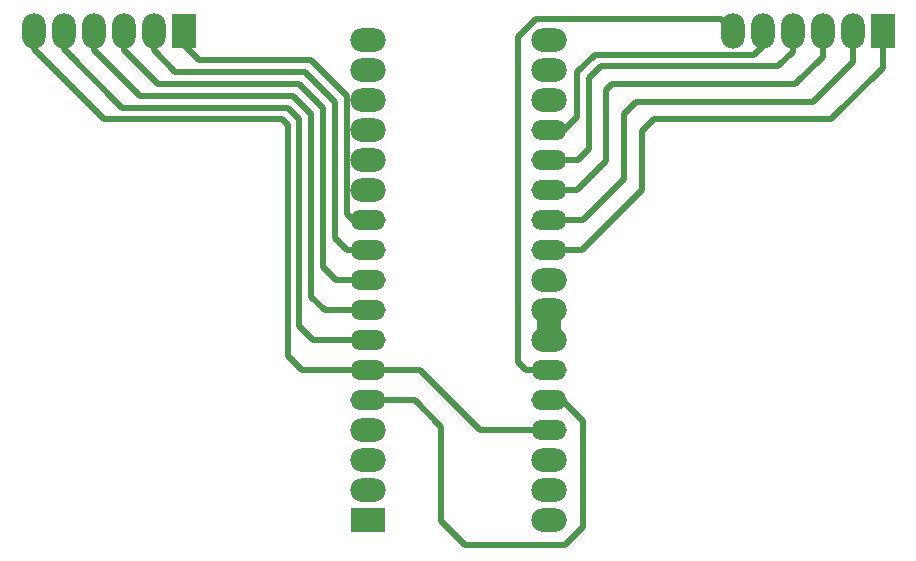
<source format=gbr>
%TF.GenerationSoftware,KiCad,Pcbnew,(6.0.2)*%
%TF.CreationDate,2022-03-08T19:53:29+01:00*%
%TF.ProjectId,numPAD_MCU,6e756d50-4144-45f4-9d43-552e6b696361,rev?*%
%TF.SameCoordinates,Original*%
%TF.FileFunction,Copper,L2,Bot*%
%TF.FilePolarity,Positive*%
%FSLAX46Y46*%
G04 Gerber Fmt 4.6, Leading zero omitted, Abs format (unit mm)*
G04 Created by KiCad (PCBNEW (6.0.2)) date 2022-03-08 19:53:29*
%MOMM*%
%LPD*%
G01*
G04 APERTURE LIST*
%TA.AperFunction,ComponentPad*%
%ADD10O,2.000000X3.000000*%
%TD*%
%TA.AperFunction,ComponentPad*%
%ADD11R,2.000000X3.000000*%
%TD*%
%TA.AperFunction,ComponentPad*%
%ADD12O,3.000000X1.700000*%
%TD*%
%TA.AperFunction,ComponentPad*%
%ADD13O,3.000000X2.000000*%
%TD*%
%TA.AperFunction,ComponentPad*%
%ADD14R,3.000000X2.000000*%
%TD*%
%TA.AperFunction,Conductor*%
%ADD15C,0.500000*%
%TD*%
%TA.AperFunction,Conductor*%
%ADD16C,2.000000*%
%TD*%
G04 APERTURE END LIST*
D10*
%TO.P,J2,6,Pin_6*%
%TO.N,Net-(U1-PadGND)*%
X110500000Y-76500000D03*
%TO.P,J2,5,Pin_5*%
%TO.N,Net-(J2-Pad5)*%
X113040000Y-76500000D03*
%TO.P,J2,4,Pin_4*%
%TO.N,Net-(J2-Pad4)*%
X115580000Y-76500000D03*
%TO.P,J2,3,Pin_3*%
%TO.N,Net-(J2-Pad3)*%
X118120000Y-76500000D03*
%TO.P,J2,2,Pin_2*%
%TO.N,Net-(J2-Pad2)*%
X120660000Y-76500000D03*
D11*
%TO.P,J2,1,Pin_1*%
%TO.N,Net-(J2-Pad1)*%
X123200000Y-76500000D03*
%TD*%
D12*
%TO.P,U1,2,2/SDA*%
%TO.N,Net-(J2-Pad5)*%
X138841500Y-102675500D03*
%TO.P,U1,3,3(PWM)/SCL*%
%TO.N,Net-(J2-Pad4)*%
X138841500Y-100135500D03*
D13*
%TO.P,U1,3.3V,3.3V*%
%TO.N,unconnected-(U1-Pad3.3V)*%
X154097500Y-79815500D03*
D12*
%TO.P,U1,4,4/A6*%
%TO.N,Net-(J2-Pad3)*%
X138841500Y-97595500D03*
%TO.P,U1,5,5(PWM)*%
%TO.N,Net-(J2-Pad2)*%
X138841500Y-95055500D03*
%TO.P,U1,5V,+5V*%
%TO.N,Net-(J1-Pad6)*%
X154097500Y-105215500D03*
%TO.P,U1,6,6(PWM)/A7*%
%TO.N,Net-(J2-Pad1)*%
X138841500Y-92515500D03*
D13*
%TO.P,U1,7,7*%
%TO.N,unconnected-(U1-Pad7)*%
X138841500Y-89975500D03*
%TO.P,U1,8,8/A8*%
%TO.N,unconnected-(U1-Pad8)*%
X138841500Y-87435500D03*
%TO.P,U1,9,9(PWM)/A9*%
%TO.N,unconnected-(U1-Pad9)*%
X138841500Y-84895500D03*
%TO.P,U1,10,10(PWM)/A10*%
%TO.N,unconnected-(U1-Pad10)*%
X138841500Y-82355500D03*
%TO.P,U1,11,11(PWM)*%
%TO.N,unconnected-(U1-Pad11)*%
X138841500Y-79815500D03*
%TO.P,U1,2,12/A11*%
%TO.N,unconnected-(U1-Pad12)*%
X138841500Y-77275500D03*
%TO.P,U1,13,13(PWM)*%
%TO.N,unconnected-(U1-Pad13)*%
X154097500Y-77275500D03*
D12*
%TO.P,U1,A0,A0*%
%TO.N,Net-(J1-Pad5)*%
X154097500Y-84895500D03*
%TO.P,U1,A1,A1*%
%TO.N,Net-(J1-Pad4)*%
X154097500Y-87435500D03*
%TO.P,U1,A2,A2*%
%TO.N,Net-(J1-Pad3)*%
X154097500Y-89975500D03*
%TO.P,U1,A3,A3*%
%TO.N,Net-(J1-Pad2)*%
X154097500Y-92515500D03*
%TO.P,U1,A4,A4*%
%TO.N,Net-(J1-Pad1)*%
X154097500Y-95055500D03*
D13*
%TO.P,U1,A5,A5*%
%TO.N,unconnected-(U1-PadA5)*%
X154097500Y-97595500D03*
%TO.P,U1,AREF,AREF*%
%TO.N,unconnected-(U1-PadAREF)*%
X154097500Y-82355500D03*
D12*
%TO.P,U1,GND,GND*%
%TO.N,Net-(U1-PadGND)*%
X154097500Y-110295500D03*
X138841500Y-105215500D03*
D13*
%TO.P,U1,MI,MISO*%
%TO.N,unconnected-(U1-PadMI)*%
X154097500Y-115375500D03*
D14*
%TO.P,U1,MO,MOSI*%
%TO.N,unconnected-(U1-PadMO)*%
X138841500Y-117915500D03*
D13*
%TO.P,U1,NC*%
%TO.N,unconnected-(U1-PadNC)*%
X154097500Y-100135500D03*
X154097500Y-102675500D03*
D12*
%TO.P,U1,RST,RESET*%
%TO.N,unconnected-(U1-PadRST)*%
X138841500Y-107755500D03*
X154097500Y-107755500D03*
D13*
%TO.P,U1,RX,0/RX*%
%TO.N,unconnected-(U1-PadRX)*%
X138841500Y-110295500D03*
%TO.P,U1,SCK,SCK*%
%TO.N,unconnected-(U1-PadSCK)*%
X154097500Y-117915500D03*
%TO.P,U1,SS,RX_LED/SS*%
%TO.N,unconnected-(U1-PadSS)*%
X138841500Y-115375500D03*
%TO.P,U1,TX,1/TX*%
%TO.N,unconnected-(U1-PadTX)*%
X138841500Y-112835500D03*
%TO.P,U1,VI,VIN*%
%TO.N,unconnected-(U1-PadVI)*%
X154097500Y-112835500D03*
%TD*%
D11*
%TO.P,J1,1,Pin_1*%
%TO.N,Net-(J1-Pad1)*%
X182375000Y-76475000D03*
D10*
%TO.P,J1,2,Pin_2*%
%TO.N,Net-(J1-Pad2)*%
X179835000Y-76475000D03*
%TO.P,J1,3,Pin_3*%
%TO.N,Net-(J1-Pad3)*%
X177295000Y-76475000D03*
%TO.P,J1,4,Pin_4*%
%TO.N,Net-(J1-Pad4)*%
X174755000Y-76475000D03*
%TO.P,J1,5,Pin_5*%
%TO.N,Net-(J1-Pad5)*%
X172215000Y-76475000D03*
%TO.P,J1,6,Pin_6*%
%TO.N,Net-(J1-Pad6)*%
X169675000Y-76475000D03*
%TD*%
D15*
%TO.N,Net-(J2-Pad5)*%
X133000000Y-101500000D02*
X134175500Y-102675500D01*
X133000000Y-84000000D02*
X133000000Y-101500000D01*
X134175500Y-102675500D02*
X138841500Y-102675500D01*
X132000000Y-83000000D02*
X133000000Y-84000000D01*
X113040000Y-76500000D02*
X113040000Y-78040000D01*
X113040000Y-78040000D02*
X118000000Y-83000000D01*
X118000000Y-83000000D02*
X132000000Y-83000000D01*
%TO.N,Net-(J2-Pad4)*%
X115580000Y-78080000D02*
X119500000Y-82000000D01*
X134000000Y-83500000D02*
X134000000Y-99000000D01*
X119500000Y-82000000D02*
X132500000Y-82000000D01*
X134000000Y-99000000D02*
X135135500Y-100135500D01*
X132500000Y-82000000D02*
X134000000Y-83500000D01*
X135135500Y-100135500D02*
X138841500Y-100135500D01*
X115580000Y-76500000D02*
X115580000Y-78080000D01*
%TO.N,Net-(J2-Pad3)*%
X135000000Y-83000000D02*
X135000000Y-96500000D01*
X118120000Y-76500000D02*
X118120000Y-78120000D01*
X121000000Y-81000000D02*
X133000000Y-81000000D01*
X133000000Y-81000000D02*
X135000000Y-83000000D01*
X136095500Y-97595500D02*
X138841500Y-97595500D01*
X118120000Y-78120000D02*
X121000000Y-81000000D01*
X135000000Y-96500000D02*
X136095500Y-97595500D01*
%TO.N,Net-(J2-Pad2)*%
X137055500Y-95055500D02*
X138841500Y-95055500D01*
X120660000Y-78160000D02*
X122500000Y-80000000D01*
X122500000Y-80000000D02*
X133500000Y-80000000D01*
X133500000Y-80000000D02*
X136000000Y-82500000D01*
X136000000Y-82500000D02*
X136000000Y-94000000D01*
X136000000Y-94000000D02*
X137055500Y-95055500D01*
X120660000Y-76500000D02*
X120660000Y-78160000D01*
%TO.N,Net-(J1-Pad6)*%
X154097500Y-105215500D02*
X152215500Y-105215500D01*
X151500000Y-104500000D02*
X152215500Y-105215500D01*
X153000000Y-75500000D02*
X168700000Y-75500000D01*
X168700000Y-75500000D02*
X169675000Y-76475000D01*
X151500000Y-77000000D02*
X151500000Y-104500000D01*
X153000000Y-75500000D02*
X151500000Y-77000000D01*
%TO.N,Net-(J2-Pad1)*%
X124500000Y-79000000D02*
X134000000Y-79000000D01*
X137515500Y-92515500D02*
X138841500Y-92515500D01*
X123200000Y-76500000D02*
X123200000Y-77700000D01*
X137000000Y-92000000D02*
X137515500Y-92515500D01*
X134000000Y-79000000D02*
X137000000Y-82000000D01*
X137000000Y-82000000D02*
X137000000Y-92000000D01*
X123200000Y-77700000D02*
X124500000Y-79000000D01*
%TO.N,Net-(J1-Pad5)*%
X156500000Y-83791000D02*
X156500000Y-83500000D01*
X172215000Y-76475000D02*
X172215000Y-77785000D01*
X158000000Y-78500000D02*
X156500000Y-80000000D01*
X153993000Y-85000000D02*
X154097500Y-84895500D01*
X155395500Y-84895500D02*
X156500000Y-83791000D01*
X156500000Y-80000000D02*
X156500000Y-83500000D01*
X171500000Y-78500000D02*
X158000000Y-78500000D01*
X172215000Y-77785000D02*
X171500000Y-78500000D01*
X155395500Y-84895500D02*
X154097500Y-84895500D01*
%TO.N,Net-(J1-Pad4)*%
X157500000Y-86500000D02*
X156564500Y-87435500D01*
X158500000Y-79500000D02*
X157500000Y-80500000D01*
X174755000Y-76475000D02*
X174755000Y-78245000D01*
X174755000Y-78245000D02*
X173500000Y-79500000D01*
X157500000Y-80500000D02*
X157500000Y-86500000D01*
X156564500Y-87435500D02*
X154097500Y-87435500D01*
X173500000Y-79500000D02*
X158500000Y-79500000D01*
%TO.N,Net-(J1-Pad3)*%
X156524500Y-89975500D02*
X154097500Y-89975500D01*
X177295000Y-78705000D02*
X175000000Y-81000000D01*
X177295000Y-76475000D02*
X177295000Y-78705000D01*
X159000000Y-81500000D02*
X159000000Y-87500000D01*
X159000000Y-87500000D02*
X156524500Y-89975500D01*
X175000000Y-81000000D02*
X159500000Y-81000000D01*
X159500000Y-81000000D02*
X159000000Y-81500000D01*
%TO.N,Net-(J1-Pad2)*%
X160500000Y-89000000D02*
X156984500Y-92515500D01*
X176500000Y-82500000D02*
X161500000Y-82500000D01*
X160500000Y-83500000D02*
X160500000Y-89000000D01*
X179835000Y-79165000D02*
X176500000Y-82500000D01*
X156984500Y-92515500D02*
X154097500Y-92515500D01*
X161500000Y-82500000D02*
X160500000Y-83500000D01*
X179835000Y-76475000D02*
X179835000Y-79165000D01*
%TO.N,Net-(J1-Pad1)*%
X182375000Y-76475000D02*
X182375000Y-75875000D01*
X156944500Y-95055500D02*
X154097500Y-95055500D01*
X178000000Y-84000000D02*
X163000000Y-84000000D01*
X182375000Y-76475000D02*
X182375000Y-79625000D01*
X162000000Y-90000000D02*
X156944500Y-95055500D01*
X162000000Y-85000000D02*
X162000000Y-90000000D01*
X182375000Y-79625000D02*
X178000000Y-84000000D01*
X163000000Y-84000000D02*
X162000000Y-85000000D01*
%TO.N,Net-(U1-PadGND)*%
X132000000Y-84500000D02*
X132000000Y-104000000D01*
X143215500Y-105215500D02*
X148295500Y-110295500D01*
X132000000Y-104000000D02*
X133215500Y-105215500D01*
X110500000Y-78000000D02*
X116500000Y-84000000D01*
X148295500Y-110295500D02*
X154097500Y-110295500D01*
X116500000Y-84000000D02*
X131500000Y-84000000D01*
X138841500Y-105215500D02*
X143215500Y-105215500D01*
X131500000Y-84000000D02*
X132000000Y-84500000D01*
X133215500Y-105215500D02*
X138841500Y-105215500D01*
X110500000Y-76500000D02*
X110500000Y-78000000D01*
D16*
%TO.N,unconnected-(U1-PadNC)*%
X154097500Y-100135500D02*
X154097500Y-102675500D01*
D15*
%TO.N,unconnected-(U1-PadRST)*%
X138841500Y-107755500D02*
X142755500Y-107755500D01*
X147000000Y-120000000D02*
X155500000Y-120000000D01*
X145000000Y-110000000D02*
X145000000Y-118000000D01*
X145000000Y-118000000D02*
X147000000Y-120000000D01*
X142755500Y-107755500D02*
X145000000Y-110000000D01*
X157000000Y-109500000D02*
X155255500Y-107755500D01*
X155500000Y-120000000D02*
X157000000Y-118500000D01*
X157000000Y-118500000D02*
X157000000Y-109500000D01*
X155255500Y-107755500D02*
X154097500Y-107755500D01*
%TD*%
M02*

</source>
